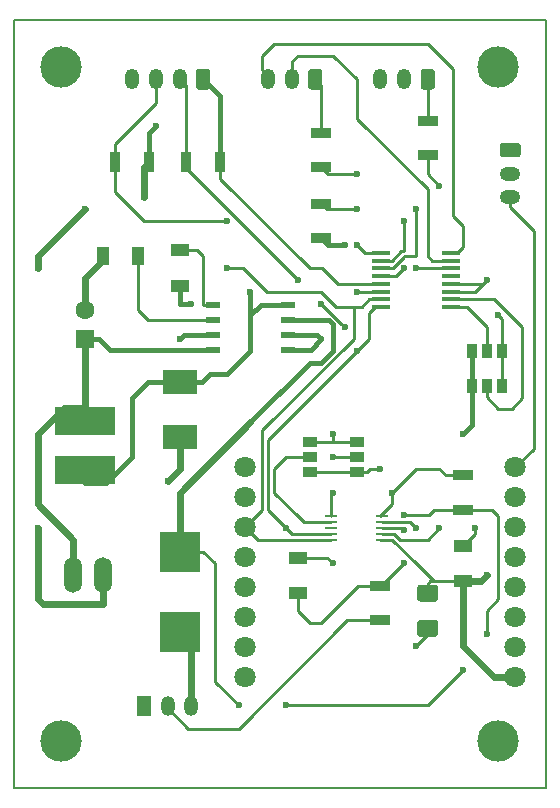
<source format=gbr>
%TF.GenerationSoftware,KiCad,Pcbnew,5.0.0*%
%TF.CreationDate,2018-10-12T22:56:55+01:00*%
%TF.ProjectId,ESP8266_home_battery_controller,455350383236365F686F6D655F626174,rev?*%
%TF.SameCoordinates,Original*%
%TF.FileFunction,Copper,L1,Top,Signal*%
%TF.FilePolarity,Positive*%
%FSLAX46Y46*%
G04 Gerber Fmt 4.6, Leading zero omitted, Abs format (unit mm)*
G04 Created by KiCad (PCBNEW 5.0.0) date Fri Oct 12 22:56:55 2018*
%MOMM*%
%LPD*%
G01*
G04 APERTURE LIST*
%ADD10C,0.150000*%
%ADD11R,5.100000X2.350000*%
%ADD12R,1.100000X0.250000*%
%ADD13R,1.500000X0.450000*%
%ADD14O,1.200000X1.750000*%
%ADD15C,0.100000*%
%ADD16C,1.200000*%
%ADD17R,1.700000X0.900000*%
%ADD18C,1.800000*%
%ADD19C,1.600000*%
%ADD20R,1.600000X1.600000*%
%ADD21R,3.500000X3.500000*%
%ADD22R,1.270000X0.970000*%
%ADD23R,0.970000X1.270000*%
%ADD24O,1.510000X3.010000*%
%ADD25R,1.143000X0.508000*%
%ADD26R,1.000000X1.600000*%
%ADD27R,1.600000X1.000000*%
%ADD28R,3.000000X2.000000*%
%ADD29R,1.200000X1.700000*%
%ADD30O,1.200000X1.700000*%
%ADD31R,0.900000X1.700000*%
%ADD32C,3.500000*%
%ADD33O,1.750000X1.200000*%
%ADD34C,1.425000*%
%ADD35C,0.600000*%
%ADD36C,0.600000*%
%ADD37C,0.400000*%
%ADD38C,0.250000*%
G04 APERTURE END LIST*
D10*
X150000000Y-55000000D02*
X195000000Y-55000000D01*
X150000000Y-120000000D02*
X150000000Y-55000000D01*
X195000000Y-120000000D02*
X150000000Y-120000000D01*
X195000000Y-55000000D02*
X195000000Y-120000000D01*
D11*
X156000000Y-88925000D03*
X156000000Y-93075000D03*
D12*
X181150000Y-97000000D03*
X181150000Y-97500000D03*
X181150000Y-98000000D03*
X181150000Y-98500000D03*
X181150000Y-99000000D03*
X176850000Y-99000000D03*
X176850000Y-98500000D03*
X176850000Y-98000000D03*
X176850000Y-97500000D03*
X176850000Y-97000000D03*
D13*
X186950000Y-74725000D03*
X186950000Y-75375000D03*
X186950000Y-76025000D03*
X186950000Y-76675000D03*
X186950000Y-77325000D03*
X186950000Y-77975000D03*
X186950000Y-78625000D03*
X186950000Y-79275000D03*
X181050000Y-79275000D03*
X181050000Y-78625000D03*
X181050000Y-77975000D03*
X181050000Y-77325000D03*
X181050000Y-76675000D03*
X181050000Y-76025000D03*
X181050000Y-75375000D03*
X181050000Y-74725000D03*
D14*
X181000000Y-60000000D03*
X183000000Y-60000000D03*
D15*
G36*
X185374505Y-59126204D02*
X185398773Y-59129804D01*
X185422572Y-59135765D01*
X185445671Y-59144030D01*
X185467850Y-59154520D01*
X185488893Y-59167132D01*
X185508599Y-59181747D01*
X185526777Y-59198223D01*
X185543253Y-59216401D01*
X185557868Y-59236107D01*
X185570480Y-59257150D01*
X185580970Y-59279329D01*
X185589235Y-59302428D01*
X185595196Y-59326227D01*
X185598796Y-59350495D01*
X185600000Y-59374999D01*
X185600000Y-60625001D01*
X185598796Y-60649505D01*
X185595196Y-60673773D01*
X185589235Y-60697572D01*
X185580970Y-60720671D01*
X185570480Y-60742850D01*
X185557868Y-60763893D01*
X185543253Y-60783599D01*
X185526777Y-60801777D01*
X185508599Y-60818253D01*
X185488893Y-60832868D01*
X185467850Y-60845480D01*
X185445671Y-60855970D01*
X185422572Y-60864235D01*
X185398773Y-60870196D01*
X185374505Y-60873796D01*
X185350001Y-60875000D01*
X184649999Y-60875000D01*
X184625495Y-60873796D01*
X184601227Y-60870196D01*
X184577428Y-60864235D01*
X184554329Y-60855970D01*
X184532150Y-60845480D01*
X184511107Y-60832868D01*
X184491401Y-60818253D01*
X184473223Y-60801777D01*
X184456747Y-60783599D01*
X184442132Y-60763893D01*
X184429520Y-60742850D01*
X184419030Y-60720671D01*
X184410765Y-60697572D01*
X184404804Y-60673773D01*
X184401204Y-60649505D01*
X184400000Y-60625001D01*
X184400000Y-59374999D01*
X184401204Y-59350495D01*
X184404804Y-59326227D01*
X184410765Y-59302428D01*
X184419030Y-59279329D01*
X184429520Y-59257150D01*
X184442132Y-59236107D01*
X184456747Y-59216401D01*
X184473223Y-59198223D01*
X184491401Y-59181747D01*
X184511107Y-59167132D01*
X184532150Y-59154520D01*
X184554329Y-59144030D01*
X184577428Y-59135765D01*
X184601227Y-59129804D01*
X184625495Y-59126204D01*
X184649999Y-59125000D01*
X185350001Y-59125000D01*
X185374505Y-59126204D01*
X185374505Y-59126204D01*
G37*
D16*
X185000000Y-60000000D03*
D14*
X171500000Y-60000000D03*
X173500000Y-60000000D03*
D15*
G36*
X175874505Y-59126204D02*
X175898773Y-59129804D01*
X175922572Y-59135765D01*
X175945671Y-59144030D01*
X175967850Y-59154520D01*
X175988893Y-59167132D01*
X176008599Y-59181747D01*
X176026777Y-59198223D01*
X176043253Y-59216401D01*
X176057868Y-59236107D01*
X176070480Y-59257150D01*
X176080970Y-59279329D01*
X176089235Y-59302428D01*
X176095196Y-59326227D01*
X176098796Y-59350495D01*
X176100000Y-59374999D01*
X176100000Y-60625001D01*
X176098796Y-60649505D01*
X176095196Y-60673773D01*
X176089235Y-60697572D01*
X176080970Y-60720671D01*
X176070480Y-60742850D01*
X176057868Y-60763893D01*
X176043253Y-60783599D01*
X176026777Y-60801777D01*
X176008599Y-60818253D01*
X175988893Y-60832868D01*
X175967850Y-60845480D01*
X175945671Y-60855970D01*
X175922572Y-60864235D01*
X175898773Y-60870196D01*
X175874505Y-60873796D01*
X175850001Y-60875000D01*
X175149999Y-60875000D01*
X175125495Y-60873796D01*
X175101227Y-60870196D01*
X175077428Y-60864235D01*
X175054329Y-60855970D01*
X175032150Y-60845480D01*
X175011107Y-60832868D01*
X174991401Y-60818253D01*
X174973223Y-60801777D01*
X174956747Y-60783599D01*
X174942132Y-60763893D01*
X174929520Y-60742850D01*
X174919030Y-60720671D01*
X174910765Y-60697572D01*
X174904804Y-60673773D01*
X174901204Y-60649505D01*
X174900000Y-60625001D01*
X174900000Y-59374999D01*
X174901204Y-59350495D01*
X174904804Y-59326227D01*
X174910765Y-59302428D01*
X174919030Y-59279329D01*
X174929520Y-59257150D01*
X174942132Y-59236107D01*
X174956747Y-59216401D01*
X174973223Y-59198223D01*
X174991401Y-59181747D01*
X175011107Y-59167132D01*
X175032150Y-59154520D01*
X175054329Y-59144030D01*
X175077428Y-59135765D01*
X175101227Y-59129804D01*
X175125495Y-59126204D01*
X175149999Y-59125000D01*
X175850001Y-59125000D01*
X175874505Y-59126204D01*
X175874505Y-59126204D01*
G37*
D16*
X175500000Y-60000000D03*
D14*
X160000000Y-60000000D03*
X162000000Y-60000000D03*
X164000000Y-60000000D03*
D15*
G36*
X166374505Y-59126204D02*
X166398773Y-59129804D01*
X166422572Y-59135765D01*
X166445671Y-59144030D01*
X166467850Y-59154520D01*
X166488893Y-59167132D01*
X166508599Y-59181747D01*
X166526777Y-59198223D01*
X166543253Y-59216401D01*
X166557868Y-59236107D01*
X166570480Y-59257150D01*
X166580970Y-59279329D01*
X166589235Y-59302428D01*
X166595196Y-59326227D01*
X166598796Y-59350495D01*
X166600000Y-59374999D01*
X166600000Y-60625001D01*
X166598796Y-60649505D01*
X166595196Y-60673773D01*
X166589235Y-60697572D01*
X166580970Y-60720671D01*
X166570480Y-60742850D01*
X166557868Y-60763893D01*
X166543253Y-60783599D01*
X166526777Y-60801777D01*
X166508599Y-60818253D01*
X166488893Y-60832868D01*
X166467850Y-60845480D01*
X166445671Y-60855970D01*
X166422572Y-60864235D01*
X166398773Y-60870196D01*
X166374505Y-60873796D01*
X166350001Y-60875000D01*
X165649999Y-60875000D01*
X165625495Y-60873796D01*
X165601227Y-60870196D01*
X165577428Y-60864235D01*
X165554329Y-60855970D01*
X165532150Y-60845480D01*
X165511107Y-60832868D01*
X165491401Y-60818253D01*
X165473223Y-60801777D01*
X165456747Y-60783599D01*
X165442132Y-60763893D01*
X165429520Y-60742850D01*
X165419030Y-60720671D01*
X165410765Y-60697572D01*
X165404804Y-60673773D01*
X165401204Y-60649505D01*
X165400000Y-60625001D01*
X165400000Y-59374999D01*
X165401204Y-59350495D01*
X165404804Y-59326227D01*
X165410765Y-59302428D01*
X165419030Y-59279329D01*
X165429520Y-59257150D01*
X165442132Y-59236107D01*
X165456747Y-59216401D01*
X165473223Y-59198223D01*
X165491401Y-59181747D01*
X165511107Y-59167132D01*
X165532150Y-59154520D01*
X165554329Y-59144030D01*
X165577428Y-59135765D01*
X165601227Y-59129804D01*
X165625495Y-59126204D01*
X165649999Y-59125000D01*
X166350001Y-59125000D01*
X166374505Y-59126204D01*
X166374505Y-59126204D01*
G37*
D16*
X166000000Y-60000000D03*
D17*
X181000000Y-102924779D03*
X181000000Y-105824779D03*
X188000000Y-96450000D03*
X188000000Y-93550000D03*
D18*
X169570000Y-92840000D03*
X169570000Y-95380000D03*
X169570000Y-97920000D03*
X169570000Y-100460000D03*
X169570000Y-103000000D03*
X169570000Y-105540000D03*
X169570000Y-108080000D03*
X169570000Y-110620000D03*
X192430000Y-110620000D03*
X192430000Y-108080000D03*
X192430000Y-105540000D03*
X192430000Y-103000000D03*
X192430000Y-100460000D03*
X192430000Y-97920000D03*
X192430000Y-95380000D03*
X192430000Y-92840000D03*
D19*
X156000000Y-79500000D03*
D20*
X156000000Y-82000000D03*
D21*
X164000000Y-106800000D03*
X164000000Y-100000000D03*
D22*
X175000000Y-90730000D03*
X175000000Y-92000000D03*
X175000000Y-93270000D03*
X179000000Y-90730000D03*
X179000000Y-92000000D03*
X179000000Y-93270000D03*
D23*
X188730000Y-83000000D03*
X190000000Y-83000000D03*
X191270000Y-83000000D03*
X188730000Y-86000000D03*
X190000000Y-86000000D03*
X191270000Y-86000000D03*
D24*
X155000000Y-102000000D03*
X157540000Y-102000000D03*
D17*
X176000000Y-70550000D03*
X176000000Y-73450000D03*
D25*
X173175000Y-79095000D03*
X173175000Y-80365000D03*
X173175000Y-81635000D03*
X173175000Y-82905000D03*
X166825000Y-82905000D03*
X166825000Y-81635000D03*
X166825000Y-80365000D03*
X166825000Y-79095000D03*
D26*
X160500000Y-75000000D03*
X157500000Y-75000000D03*
D27*
X164000000Y-74500000D03*
X164000000Y-77500000D03*
D28*
X164000000Y-85675000D03*
X164000000Y-90325000D03*
D29*
X161000000Y-113030000D03*
D30*
X163000000Y-113030000D03*
X165000000Y-113030000D03*
D31*
X167450000Y-67000000D03*
X164550000Y-67000000D03*
X161450000Y-67000000D03*
X158550000Y-67000000D03*
D17*
X185000000Y-63550000D03*
X185000000Y-66450000D03*
X176000000Y-64550000D03*
X176000000Y-67450000D03*
D27*
X188000000Y-102500000D03*
X188000000Y-99500000D03*
X174000000Y-100500000D03*
X174000000Y-103500000D03*
D32*
X154000000Y-59000000D03*
X191000000Y-59000000D03*
X191000000Y-116000000D03*
X154000000Y-116000000D03*
D15*
G36*
X192649505Y-65401204D02*
X192673773Y-65404804D01*
X192697572Y-65410765D01*
X192720671Y-65419030D01*
X192742850Y-65429520D01*
X192763893Y-65442132D01*
X192783599Y-65456747D01*
X192801777Y-65473223D01*
X192818253Y-65491401D01*
X192832868Y-65511107D01*
X192845480Y-65532150D01*
X192855970Y-65554329D01*
X192864235Y-65577428D01*
X192870196Y-65601227D01*
X192873796Y-65625495D01*
X192875000Y-65649999D01*
X192875000Y-66350001D01*
X192873796Y-66374505D01*
X192870196Y-66398773D01*
X192864235Y-66422572D01*
X192855970Y-66445671D01*
X192845480Y-66467850D01*
X192832868Y-66488893D01*
X192818253Y-66508599D01*
X192801777Y-66526777D01*
X192783599Y-66543253D01*
X192763893Y-66557868D01*
X192742850Y-66570480D01*
X192720671Y-66580970D01*
X192697572Y-66589235D01*
X192673773Y-66595196D01*
X192649505Y-66598796D01*
X192625001Y-66600000D01*
X191374999Y-66600000D01*
X191350495Y-66598796D01*
X191326227Y-66595196D01*
X191302428Y-66589235D01*
X191279329Y-66580970D01*
X191257150Y-66570480D01*
X191236107Y-66557868D01*
X191216401Y-66543253D01*
X191198223Y-66526777D01*
X191181747Y-66508599D01*
X191167132Y-66488893D01*
X191154520Y-66467850D01*
X191144030Y-66445671D01*
X191135765Y-66422572D01*
X191129804Y-66398773D01*
X191126204Y-66374505D01*
X191125000Y-66350001D01*
X191125000Y-65649999D01*
X191126204Y-65625495D01*
X191129804Y-65601227D01*
X191135765Y-65577428D01*
X191144030Y-65554329D01*
X191154520Y-65532150D01*
X191167132Y-65511107D01*
X191181747Y-65491401D01*
X191198223Y-65473223D01*
X191216401Y-65456747D01*
X191236107Y-65442132D01*
X191257150Y-65429520D01*
X191279329Y-65419030D01*
X191302428Y-65410765D01*
X191326227Y-65404804D01*
X191350495Y-65401204D01*
X191374999Y-65400000D01*
X192625001Y-65400000D01*
X192649505Y-65401204D01*
X192649505Y-65401204D01*
G37*
D16*
X192000000Y-66000000D03*
D33*
X192000000Y-68000000D03*
X192000000Y-70000000D03*
D15*
G36*
X185649504Y-102801204D02*
X185673773Y-102804804D01*
X185697571Y-102810765D01*
X185720671Y-102819030D01*
X185742849Y-102829520D01*
X185763893Y-102842133D01*
X185783598Y-102856747D01*
X185801777Y-102873223D01*
X185818253Y-102891402D01*
X185832867Y-102911107D01*
X185845480Y-102932151D01*
X185855970Y-102954329D01*
X185864235Y-102977429D01*
X185870196Y-103001227D01*
X185873796Y-103025496D01*
X185875000Y-103050000D01*
X185875000Y-103975000D01*
X185873796Y-103999504D01*
X185870196Y-104023773D01*
X185864235Y-104047571D01*
X185855970Y-104070671D01*
X185845480Y-104092849D01*
X185832867Y-104113893D01*
X185818253Y-104133598D01*
X185801777Y-104151777D01*
X185783598Y-104168253D01*
X185763893Y-104182867D01*
X185742849Y-104195480D01*
X185720671Y-104205970D01*
X185697571Y-104214235D01*
X185673773Y-104220196D01*
X185649504Y-104223796D01*
X185625000Y-104225000D01*
X184375000Y-104225000D01*
X184350496Y-104223796D01*
X184326227Y-104220196D01*
X184302429Y-104214235D01*
X184279329Y-104205970D01*
X184257151Y-104195480D01*
X184236107Y-104182867D01*
X184216402Y-104168253D01*
X184198223Y-104151777D01*
X184181747Y-104133598D01*
X184167133Y-104113893D01*
X184154520Y-104092849D01*
X184144030Y-104070671D01*
X184135765Y-104047571D01*
X184129804Y-104023773D01*
X184126204Y-103999504D01*
X184125000Y-103975000D01*
X184125000Y-103050000D01*
X184126204Y-103025496D01*
X184129804Y-103001227D01*
X184135765Y-102977429D01*
X184144030Y-102954329D01*
X184154520Y-102932151D01*
X184167133Y-102911107D01*
X184181747Y-102891402D01*
X184198223Y-102873223D01*
X184216402Y-102856747D01*
X184236107Y-102842133D01*
X184257151Y-102829520D01*
X184279329Y-102819030D01*
X184302429Y-102810765D01*
X184326227Y-102804804D01*
X184350496Y-102801204D01*
X184375000Y-102800000D01*
X185625000Y-102800000D01*
X185649504Y-102801204D01*
X185649504Y-102801204D01*
G37*
D34*
X185000000Y-103512500D03*
D15*
G36*
X185649504Y-105776204D02*
X185673773Y-105779804D01*
X185697571Y-105785765D01*
X185720671Y-105794030D01*
X185742849Y-105804520D01*
X185763893Y-105817133D01*
X185783598Y-105831747D01*
X185801777Y-105848223D01*
X185818253Y-105866402D01*
X185832867Y-105886107D01*
X185845480Y-105907151D01*
X185855970Y-105929329D01*
X185864235Y-105952429D01*
X185870196Y-105976227D01*
X185873796Y-106000496D01*
X185875000Y-106025000D01*
X185875000Y-106950000D01*
X185873796Y-106974504D01*
X185870196Y-106998773D01*
X185864235Y-107022571D01*
X185855970Y-107045671D01*
X185845480Y-107067849D01*
X185832867Y-107088893D01*
X185818253Y-107108598D01*
X185801777Y-107126777D01*
X185783598Y-107143253D01*
X185763893Y-107157867D01*
X185742849Y-107170480D01*
X185720671Y-107180970D01*
X185697571Y-107189235D01*
X185673773Y-107195196D01*
X185649504Y-107198796D01*
X185625000Y-107200000D01*
X184375000Y-107200000D01*
X184350496Y-107198796D01*
X184326227Y-107195196D01*
X184302429Y-107189235D01*
X184279329Y-107180970D01*
X184257151Y-107170480D01*
X184236107Y-107157867D01*
X184216402Y-107143253D01*
X184198223Y-107126777D01*
X184181747Y-107108598D01*
X184167133Y-107088893D01*
X184154520Y-107067849D01*
X184144030Y-107045671D01*
X184135765Y-107022571D01*
X184129804Y-106998773D01*
X184126204Y-106974504D01*
X184125000Y-106950000D01*
X184125000Y-106025000D01*
X184126204Y-106000496D01*
X184129804Y-105976227D01*
X184135765Y-105952429D01*
X184144030Y-105929329D01*
X184154520Y-105907151D01*
X184167133Y-105886107D01*
X184181747Y-105866402D01*
X184198223Y-105848223D01*
X184216402Y-105831747D01*
X184236107Y-105817133D01*
X184257151Y-105804520D01*
X184279329Y-105794030D01*
X184302429Y-105785765D01*
X184326227Y-105779804D01*
X184350496Y-105776204D01*
X184375000Y-105775000D01*
X185625000Y-105775000D01*
X185649504Y-105776204D01*
X185649504Y-105776204D01*
G37*
D34*
X185000000Y-106487500D03*
D35*
X189000000Y-98000000D03*
X181000000Y-93000000D03*
X163000000Y-94000000D03*
X164000000Y-82000000D03*
X176000000Y-82000000D03*
X178000000Y-74000000D03*
X190000000Y-77000000D03*
X191000000Y-80000000D03*
X186000000Y-98000000D03*
X184000000Y-108000000D03*
X190000000Y-107000000D03*
X188000000Y-110000000D03*
X173000000Y-113000000D03*
X169000000Y-113000000D03*
X183000000Y-98125000D03*
X183000000Y-96875000D03*
X190000000Y-102000000D03*
X177000000Y-90000000D03*
X188000000Y-90000000D03*
X162000000Y-64000000D03*
X152000000Y-98000000D03*
X152000000Y-76000000D03*
X156000000Y-71000000D03*
X161000000Y-70000000D03*
X173000000Y-98000000D03*
X179000000Y-83000000D03*
X178000000Y-81000000D03*
X176000000Y-79000000D03*
X174000000Y-77000000D03*
X168000000Y-76000000D03*
X168000000Y-72000000D03*
X184000000Y-71000000D03*
X183000000Y-72000000D03*
X177000000Y-92000000D03*
X177000000Y-95000000D03*
X170000000Y-78000000D03*
X165000000Y-79000000D03*
X179000000Y-71000000D03*
X179000000Y-74000000D03*
X179000000Y-77999954D03*
X179000000Y-68000000D03*
X184000000Y-76000000D03*
X186000000Y-69000000D03*
X183000000Y-76000000D03*
X177000000Y-101000000D03*
X182000000Y-95000000D03*
X183000000Y-101000000D03*
X184000000Y-98000000D03*
D36*
X154200000Y-87800000D02*
X156000000Y-87800000D01*
X152000000Y-90000000D02*
X154200000Y-87800000D01*
X152000000Y-96000000D02*
X152000000Y-90000000D01*
X155000000Y-102000000D02*
X155000000Y-99000000D01*
X155000000Y-99000000D02*
X152000000Y-96000000D01*
X156000000Y-87800000D02*
X156000000Y-82000000D01*
D37*
X166825000Y-82905000D02*
X158095000Y-82905000D01*
X157200000Y-82000000D02*
X156000000Y-82000000D01*
X158095000Y-82895000D02*
X157200000Y-82000000D01*
X158095000Y-82905000D02*
X158095000Y-82895000D01*
X161000000Y-113030000D02*
X161000000Y-112780000D01*
D38*
X175885000Y-93270000D02*
X179000000Y-93270000D01*
X175000000Y-93270000D02*
X175885000Y-93270000D01*
X179885000Y-93270000D02*
X180155000Y-93000000D01*
X179000000Y-93270000D02*
X179885000Y-93270000D01*
X180155000Y-93000000D02*
X181000000Y-93000000D01*
D36*
X163000000Y-94000000D02*
X164000000Y-93000000D01*
X164000000Y-93000000D02*
X164000000Y-90325000D01*
D37*
X166825000Y-81635000D02*
X164365000Y-81635000D01*
X164365000Y-81635000D02*
X164000000Y-82000000D01*
D36*
X157500000Y-75300000D02*
X157500000Y-75000000D01*
X156000000Y-76800000D02*
X157500000Y-75300000D01*
X156000000Y-79500000D02*
X156000000Y-76800000D01*
D37*
X175635000Y-81635000D02*
X176000000Y-82000000D01*
X173175000Y-81635000D02*
X175635000Y-81635000D01*
X173175000Y-82905000D02*
X175095000Y-82905000D01*
X175095000Y-82905000D02*
X176000000Y-82000000D01*
X176550000Y-74000000D02*
X176000000Y-73450000D01*
X178000000Y-74000000D02*
X176550000Y-74000000D01*
D38*
X191270000Y-85115000D02*
X191270000Y-83000000D01*
X191270000Y-86000000D02*
X191270000Y-85115000D01*
X191270000Y-80270000D02*
X191000000Y-80000000D01*
X191270000Y-83000000D02*
X191270000Y-80270000D01*
X189675000Y-77325000D02*
X190000000Y-77000000D01*
X186950000Y-77325000D02*
X189675000Y-77325000D01*
X189025000Y-77975000D02*
X190000000Y-77000000D01*
X186950000Y-77975000D02*
X189025000Y-77975000D01*
X182136410Y-98500000D02*
X182636410Y-99000000D01*
X181150000Y-98500000D02*
X182136410Y-98500000D01*
X182636410Y-99000000D02*
X185000000Y-99000000D01*
X185000000Y-99000000D02*
X186000000Y-98000000D01*
X185000000Y-106487500D02*
X185000000Y-107000000D01*
X185000000Y-107000000D02*
X184000000Y-108000000D01*
X189000000Y-98500000D02*
X188000000Y-99500000D01*
X189000000Y-98000000D02*
X189000000Y-98500000D01*
X185550000Y-96450000D02*
X188000000Y-96450000D01*
D36*
X164000000Y-95000000D02*
X164000000Y-100000000D01*
D38*
X188000000Y-96450000D02*
X189550000Y-96450000D01*
D36*
X170000000Y-89000000D02*
X164000000Y-95000000D01*
D37*
X176000000Y-84000000D02*
X177000000Y-83000000D01*
X170000000Y-89000000D02*
X175000000Y-84000000D01*
X176635000Y-80365000D02*
X173175000Y-80365000D01*
X177000000Y-80730000D02*
X176635000Y-80365000D01*
X177000000Y-83000000D02*
X177000000Y-80730000D01*
X175000000Y-84000000D02*
X176000000Y-84000000D01*
D38*
X189550000Y-96450000D02*
X190450000Y-96450000D01*
X190450000Y-96450000D02*
X191000000Y-97000000D01*
X191000000Y-97000000D02*
X191000000Y-104000000D01*
X191000000Y-104000000D02*
X190000000Y-105000000D01*
X190000000Y-105000000D02*
X190000000Y-107000000D01*
X188000000Y-110000000D02*
X185000000Y-113000000D01*
X185000000Y-113000000D02*
X173000000Y-113000000D01*
X169000000Y-113000000D02*
X167000000Y-111000000D01*
X167000000Y-111000000D02*
X167000000Y-101000000D01*
X166000000Y-100000000D02*
X164000000Y-100000000D01*
X167000000Y-101000000D02*
X166000000Y-100000000D01*
X181150000Y-98000000D02*
X183000000Y-98000000D01*
X183000000Y-98000000D02*
X183000000Y-98125000D01*
X185125000Y-96875000D02*
X185550000Y-96450000D01*
X183000000Y-96875000D02*
X185125000Y-96875000D01*
X185500000Y-102500000D02*
X188000000Y-102500000D01*
X184000000Y-101000000D02*
X185500000Y-102500000D01*
D36*
X190620000Y-110620000D02*
X192430000Y-110620000D01*
X188000000Y-102500000D02*
X188000000Y-108000000D01*
X188000000Y-108000000D02*
X190620000Y-110620000D01*
D38*
X175000000Y-90730000D02*
X175885000Y-90730000D01*
D36*
X188000000Y-102500000D02*
X189500000Y-102500000D01*
X189500000Y-102500000D02*
X190000000Y-102000000D01*
D38*
X175885000Y-90730000D02*
X177000000Y-90730000D01*
X177000000Y-90000000D02*
X177000000Y-90730000D01*
X177000000Y-90730000D02*
X179000000Y-90730000D01*
D37*
X188730000Y-85115000D02*
X188730000Y-83000000D01*
X188730000Y-86000000D02*
X188730000Y-89270000D01*
X188730000Y-89270000D02*
X188000000Y-90000000D01*
X167450000Y-61450000D02*
X166000000Y-60000000D01*
X167450000Y-67000000D02*
X167450000Y-61450000D01*
X161450000Y-67000000D02*
X161450000Y-64550000D01*
X161450000Y-64550000D02*
X162000000Y-64000000D01*
X188730000Y-85115000D02*
X188730000Y-86000000D01*
D36*
X157540000Y-102000000D02*
X157540000Y-104460000D01*
X157540000Y-104460000D02*
X152460000Y-104460000D01*
X152460000Y-104460000D02*
X152000000Y-104000000D01*
X152000000Y-104000000D02*
X152000000Y-98000000D01*
X152000000Y-76000000D02*
X152000000Y-75000000D01*
X152000000Y-75000000D02*
X156000000Y-71000000D01*
X161000000Y-67450000D02*
X161450000Y-67000000D01*
X161000000Y-70000000D02*
X161000000Y-67450000D01*
D38*
X184000000Y-101000000D02*
X182000000Y-99000000D01*
X182000000Y-99000000D02*
X181000000Y-99000000D01*
X167450000Y-68450000D02*
X167450000Y-67000000D01*
X176050000Y-76000000D02*
X175000000Y-76000000D01*
X181050000Y-77325000D02*
X177375000Y-77325000D01*
X175000000Y-76000000D02*
X167450000Y-68450000D01*
X177375000Y-77325000D02*
X176050000Y-76000000D01*
X185200000Y-102500000D02*
X185500000Y-102500000D01*
X185000000Y-102700000D02*
X185200000Y-102500000D01*
X185000000Y-103512500D02*
X185000000Y-102700000D01*
X164550000Y-60550000D02*
X164000000Y-60000000D01*
X164550000Y-67000000D02*
X164550000Y-60550000D01*
X171450010Y-96450010D02*
X172700001Y-97700001D01*
X171450010Y-90549990D02*
X171450010Y-96450010D01*
X172700001Y-97700001D02*
X173000000Y-98000000D01*
X179000000Y-83000000D02*
X171450010Y-90549990D01*
X176012476Y-79000000D02*
X176000000Y-79000000D01*
X177700001Y-80687525D02*
X176012476Y-79000000D01*
X178000000Y-81000000D02*
X177700001Y-80700001D01*
X177700001Y-80700001D02*
X177700001Y-80687525D01*
X164550000Y-67550000D02*
X164550000Y-67000000D01*
X174000000Y-77000000D02*
X164550000Y-67550000D01*
X180000000Y-79800000D02*
X180000000Y-82000000D01*
X180525000Y-79275000D02*
X180000000Y-79800000D01*
X181050000Y-79275000D02*
X180525000Y-79275000D01*
X180000000Y-82000000D02*
X179000000Y-83000000D01*
X173500000Y-98500000D02*
X173000000Y-98000000D01*
X176850000Y-98500000D02*
X173500000Y-98500000D01*
X170650000Y-99000000D02*
X169570000Y-97920000D01*
X169570000Y-97920000D02*
X171000000Y-96490000D01*
X171000000Y-89742476D02*
X178742476Y-82000000D01*
X171000000Y-96490000D02*
X171000000Y-89742476D01*
X178742476Y-82000000D02*
X178742476Y-79257524D01*
X158550000Y-67000000D02*
X158550000Y-65450000D01*
X162000000Y-62000000D02*
X162000000Y-60000000D01*
X158550000Y-65450000D02*
X162000000Y-62000000D01*
X168000000Y-72000000D02*
X161000000Y-72000000D01*
X158550000Y-69550000D02*
X158550000Y-67000000D01*
X161000000Y-72000000D02*
X158550000Y-69550000D01*
X179417476Y-79257524D02*
X178742476Y-79257524D01*
X180050000Y-78625000D02*
X179417476Y-79257524D01*
X181050000Y-78625000D02*
X180050000Y-78625000D01*
X169363590Y-76000000D02*
X168000000Y-76000000D01*
X171363590Y-78000000D02*
X169363590Y-76000000D01*
X176000000Y-78000000D02*
X171363590Y-78000000D01*
X178742476Y-79257524D02*
X177257524Y-79257524D01*
X177257524Y-79257524D02*
X176000000Y-78000000D01*
X176850000Y-99000000D02*
X170650000Y-99000000D01*
X185000000Y-63550000D02*
X185000000Y-60000000D01*
X184000000Y-71000000D02*
X184000000Y-75000000D01*
X184000000Y-75000000D02*
X183000000Y-75000000D01*
X182050000Y-76025000D02*
X181050000Y-76025000D01*
X183000000Y-75075000D02*
X182050000Y-76025000D01*
X183000000Y-75000000D02*
X183000000Y-75075000D01*
X183000000Y-72000000D02*
X183000000Y-74549990D01*
X181960002Y-75375000D02*
X181050000Y-75375000D01*
X182785012Y-74549990D02*
X181960002Y-75375000D01*
X183000000Y-74549990D02*
X182785012Y-74549990D01*
X176000000Y-60500000D02*
X175500000Y-60000000D01*
X176000000Y-64550000D02*
X176000000Y-60500000D01*
X185000000Y-69335002D02*
X185000000Y-72000000D01*
X173500000Y-58500000D02*
X174000000Y-58000000D01*
X174000000Y-58000000D02*
X177000000Y-58000000D01*
X173500000Y-60000000D02*
X173500000Y-58500000D01*
X179000000Y-60000000D02*
X179000000Y-63335002D01*
X177000000Y-58000000D02*
X179000000Y-60000000D01*
X179000000Y-63335002D02*
X185000000Y-69335002D01*
X185000000Y-72000000D02*
X185000000Y-75000000D01*
X185375000Y-75375000D02*
X186950000Y-75375000D01*
X185000000Y-75000000D02*
X185375000Y-75375000D01*
X187175000Y-71555000D02*
X188025001Y-72405001D01*
X187175000Y-59175000D02*
X187175000Y-71555000D01*
X171500000Y-60000000D02*
X171500000Y-59725000D01*
X188025001Y-74174999D02*
X187475000Y-74725000D01*
X188025001Y-72405001D02*
X188025001Y-74174999D01*
X171000000Y-58000000D02*
X172000000Y-57000000D01*
X185000000Y-57000000D02*
X187175000Y-59175000D01*
X187475000Y-74725000D02*
X186950000Y-74725000D01*
X171500000Y-59725000D02*
X171000000Y-59225000D01*
X172000000Y-57000000D02*
X185000000Y-57000000D01*
X171000000Y-59225000D02*
X171000000Y-58000000D01*
X173000000Y-92000000D02*
X175000000Y-92000000D01*
X174000000Y-97000000D02*
X172000000Y-95000000D01*
X172000000Y-95000000D02*
X172000000Y-93000000D01*
X172000000Y-93000000D02*
X173000000Y-92000000D01*
X176850000Y-97500000D02*
X174500000Y-97500000D01*
X174500000Y-97500000D02*
X174000000Y-97000000D01*
X179000000Y-92000000D02*
X177000000Y-92000000D01*
X176850000Y-95150000D02*
X177000000Y-95000000D01*
X176850000Y-97000000D02*
X176850000Y-95150000D01*
X188322500Y-79275000D02*
X186950000Y-79275000D01*
X190000000Y-83000000D02*
X190000000Y-80952500D01*
X190000000Y-80952500D02*
X188322500Y-79275000D01*
X190000000Y-86885000D02*
X191000000Y-87885000D01*
X190000000Y-86000000D02*
X190000000Y-86885000D01*
X191000000Y-87885000D02*
X192115000Y-87885000D01*
X193000000Y-87000000D02*
X193000000Y-81000000D01*
X192115000Y-87885000D02*
X193000000Y-87000000D01*
X193000000Y-81000000D02*
X191175000Y-79175000D01*
X190625000Y-78625000D02*
X191175000Y-79175000D01*
X186950000Y-78625000D02*
X190625000Y-78625000D01*
D37*
X156000000Y-94200000D02*
X157800000Y-94200000D01*
X157800000Y-94200000D02*
X160000000Y-92000000D01*
X160000000Y-92000000D02*
X160000000Y-87000000D01*
X161325000Y-85675000D02*
X164000000Y-85675000D01*
X160000000Y-87000000D02*
X161325000Y-85675000D01*
X164175000Y-85500000D02*
X164000000Y-85675000D01*
X165900000Y-85675000D02*
X166575000Y-85000000D01*
X164000000Y-85675000D02*
X165900000Y-85675000D01*
X166575000Y-85000000D02*
X168000000Y-85000000D01*
X168000000Y-85000000D02*
X170000000Y-83000000D01*
X170000000Y-83000000D02*
X170000000Y-80000000D01*
X170905000Y-79095000D02*
X173175000Y-79095000D01*
X170000000Y-80000000D02*
X170905000Y-79095000D01*
X170000000Y-80000000D02*
X170000000Y-78000000D01*
X165000000Y-79000000D02*
X164000000Y-79000000D01*
X164000000Y-79000000D02*
X164000000Y-77500000D01*
D38*
X176450000Y-71000000D02*
X176000000Y-70550000D01*
X179000000Y-71000000D02*
X176450000Y-71000000D01*
X179725000Y-74725000D02*
X179000000Y-74000000D01*
X181050000Y-74725000D02*
X179725000Y-74725000D01*
X179000000Y-78000000D02*
X179000000Y-77999954D01*
X179024954Y-77975000D02*
X179000000Y-77999954D01*
X181050000Y-77975000D02*
X179024954Y-77975000D01*
X168910000Y-93070000D02*
X169270000Y-92710000D01*
X169270000Y-92710000D02*
X169270000Y-92310000D01*
X169100000Y-105600000D02*
X168910000Y-105410000D01*
X161365000Y-80365000D02*
X166825000Y-80365000D01*
X160500000Y-75000000D02*
X160500000Y-79500000D01*
X160500000Y-79500000D02*
X161365000Y-80365000D01*
X166000000Y-75000000D02*
X165500000Y-74500000D01*
X165500000Y-74500000D02*
X164000000Y-74500000D01*
X166000000Y-79091500D02*
X166000000Y-75000000D01*
X166825000Y-79095000D02*
X166003500Y-79095000D01*
X166003500Y-79095000D02*
X166000000Y-79091500D01*
X178175221Y-105824779D02*
X169000000Y-115000000D01*
X163000000Y-113280000D02*
X163000000Y-113030000D01*
X164720000Y-115000000D02*
X163000000Y-113280000D01*
X169000000Y-115000000D02*
X164720000Y-115000000D01*
X181000000Y-105824779D02*
X178175221Y-105824779D01*
X176550000Y-68000000D02*
X176000000Y-67450000D01*
X179000000Y-68000000D02*
X176550000Y-68000000D01*
X184000000Y-76000000D02*
X187000000Y-76000000D01*
X185000000Y-68000000D02*
X186000000Y-69000000D01*
X182325000Y-76675000D02*
X181050000Y-76675000D01*
X183000000Y-76000000D02*
X182325000Y-76675000D01*
X185000000Y-68000000D02*
X185000000Y-66450000D01*
D37*
X165000000Y-107800000D02*
X164000000Y-106800000D01*
D36*
X165000000Y-113030000D02*
X165000000Y-107800000D01*
D38*
X186550000Y-93550000D02*
X188000000Y-93550000D01*
X184000000Y-93000000D02*
X186000000Y-93000000D01*
X186000000Y-93000000D02*
X186550000Y-93550000D01*
X182000000Y-95000000D02*
X184000000Y-93000000D01*
X174000000Y-100500000D02*
X176500000Y-100500000D01*
X176500000Y-100500000D02*
X177000000Y-101000000D01*
X182000000Y-95000000D02*
X182000000Y-96000000D01*
X182000000Y-96000000D02*
X181000000Y-97000000D01*
X174000000Y-103500000D02*
X174000000Y-105000000D01*
X174000000Y-105000000D02*
X175000000Y-106000000D01*
X175000000Y-106000000D02*
X176000000Y-106000000D01*
X176000000Y-106000000D02*
X179000000Y-103000000D01*
X179000000Y-103000000D02*
X179075221Y-102924779D01*
X183500000Y-97500000D02*
X181150000Y-97500000D01*
X184000000Y-98000000D02*
X183500000Y-97500000D01*
X181000000Y-102924779D02*
X179075221Y-102924779D01*
X179075221Y-102924779D02*
X181075221Y-102924779D01*
X181075221Y-102924779D02*
X181000000Y-102924779D01*
X183000000Y-101000000D02*
X181075221Y-102924779D01*
X192430000Y-92840000D02*
X194000000Y-91270000D01*
X192000000Y-70850000D02*
X192000000Y-70000000D01*
X194000000Y-72850000D02*
X192000000Y-70850000D01*
X194000000Y-91270000D02*
X194000000Y-72850000D01*
M02*

</source>
